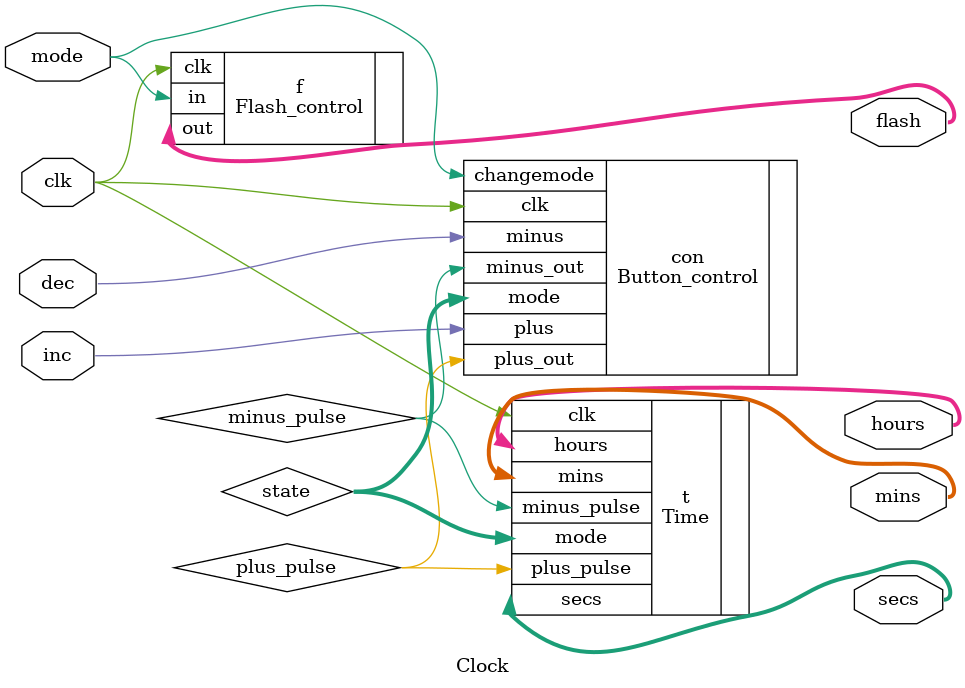
<source format=v>
module Clock(input clk, input mode, inc, dec, output [7:0]secs, mins, hours, output [3:0] flash);
wire [1:0] state;
wire plus_pulse, minus_pulse;

Button_control con(.clk(clk), .plus(inc), .minus(dec), .plus_out(plus_pulse), .minus_out(minus_pulse), .changemode(mode), .mode(state));

Flash_control f(.clk(clk), .in(mode), .out(flash[3:0]));

Time t(.clk(clk), .plus_pulse(plus_pulse), .minus_pulse(minus_pulse), .secs(secs), .mins(mins), .hours(hours), .mode(state));



endmodule

</source>
